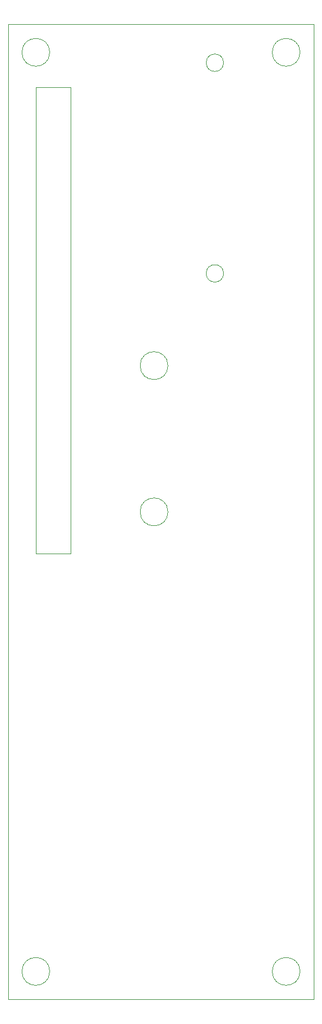
<source format=gbr>
%TF.GenerationSoftware,KiCad,Pcbnew,6.0.7+dfsg-1build1*%
%TF.CreationDate,2023-03-22T19:43:23+01:00*%
%TF.ProjectId,plotter_controller,706c6f74-7465-4725-9f63-6f6e74726f6c,rev?*%
%TF.SameCoordinates,Original*%
%TF.FileFunction,Profile,NP*%
%FSLAX46Y46*%
G04 Gerber Fmt 4.6, Leading zero omitted, Abs format (unit mm)*
G04 Created by KiCad (PCBNEW 6.0.7+dfsg-1build1) date 2023-03-22 19:43:23*
%MOMM*%
%LPD*%
G01*
G04 APERTURE LIST*
%TA.AperFunction,Profile*%
%ADD10C,0.100000*%
%TD*%
G04 APERTURE END LIST*
D10*
X110000000Y-30000000D02*
X115000000Y-30000000D01*
X115000000Y-30000000D02*
X115000000Y-97000000D01*
X115000000Y-97000000D02*
X110000000Y-97000000D01*
X110000000Y-97000000D02*
X110000000Y-30000000D01*
X148000000Y-157000000D02*
G75*
G03*
X148000000Y-157000000I-2000000J0D01*
G01*
X148000000Y-25000000D02*
G75*
G03*
X148000000Y-25000000I-2000000J0D01*
G01*
X106000000Y-21000000D02*
X150000000Y-21000000D01*
X150000000Y-21000000D02*
X150000000Y-161000000D01*
X150000000Y-161000000D02*
X106000000Y-161000000D01*
X106000000Y-161000000D02*
X106000000Y-21000000D01*
X137000000Y-26500000D02*
G75*
G03*
X137000000Y-26500000I-1250000J0D01*
G01*
X112000000Y-25000000D02*
G75*
G03*
X112000000Y-25000000I-2000000J0D01*
G01*
X137000000Y-56750000D02*
G75*
G03*
X137000000Y-56750000I-1250000J0D01*
G01*
X112000000Y-157000000D02*
G75*
G03*
X112000000Y-157000000I-2000000J0D01*
G01*
X129000000Y-91000000D02*
G75*
G03*
X129000000Y-91000000I-2000000J0D01*
G01*
X129000000Y-70000000D02*
G75*
G03*
X129000000Y-70000000I-2000000J0D01*
G01*
M02*

</source>
